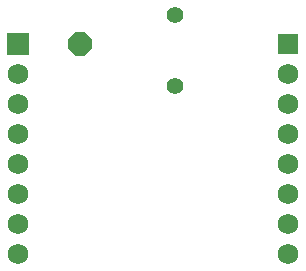
<source format=gbr>
G04 EAGLE Gerber RS-274X export*
G75*
%MOMM*%
%FSLAX34Y34*%
%LPD*%
%INSoldermask Bottom*%
%IPPOS*%
%AMOC8*
5,1,8,0,0,1.08239X$1,22.5*%
G01*
G04 Define Apertures*
%ADD10R,1.879600X1.879600*%
%ADD11C,1.727200*%
%ADD12R,1.727200X1.727200*%
%ADD13C,1.403200*%
%ADD14P,2.14443X8X22.5*%
D10*
X18542Y215900D03*
D11*
X18542Y190500D03*
X18542Y165100D03*
X18542Y139700D03*
X18542Y114300D03*
X18542Y88900D03*
X18542Y63500D03*
X18542Y38100D03*
X247142Y38100D03*
X247142Y63500D03*
X247142Y88900D03*
X247142Y114300D03*
X247142Y139700D03*
X247142Y165100D03*
X247142Y190500D03*
D12*
X247142Y215900D03*
D13*
X151130Y240785D03*
X151130Y180785D03*
D14*
X71120Y215900D03*
M02*

</source>
